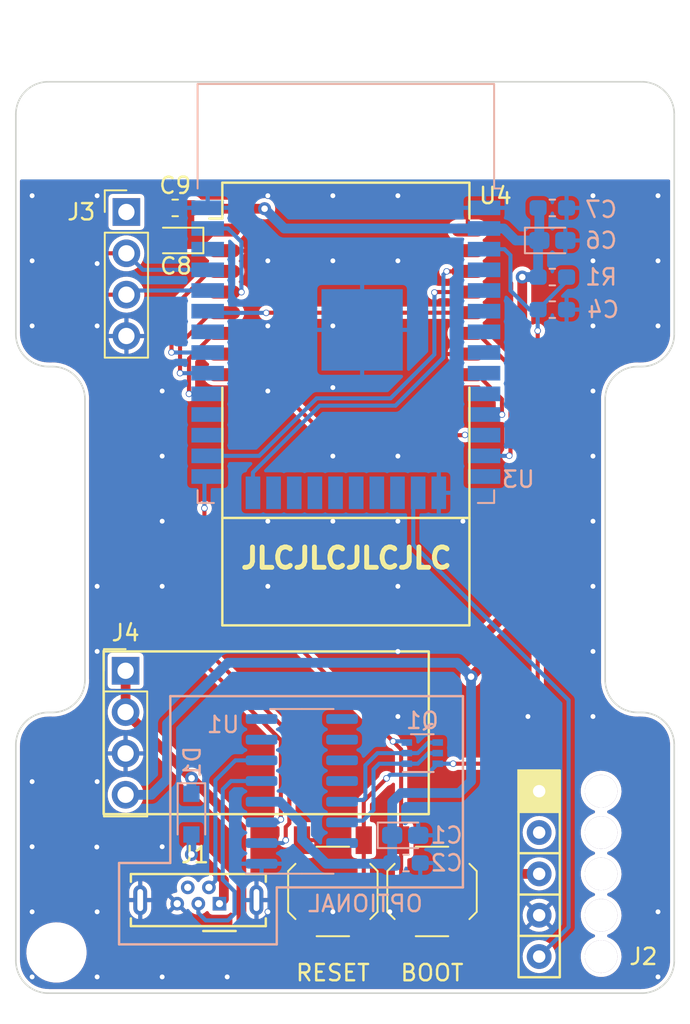
<source format=kicad_pcb>
(kicad_pcb (version 20201220) (generator pcbnew)
  (layers (0 "F.Cu" signal) (31 "B.Cu" signal) (34 "B.Paste" user) (35 "F.Paste" user) (36 "B.SilkS" user "B.Silkscreen") (37 "F.SilkS" user "F.Silkscreen") (38 "B.Mask" user) (39 "F.Mask" user) (44 "Edge.Cuts" user))
  (net 0 "")
  (net 1 "GND")
  (net 2 "+3V3")
  (net 3 "/RST")
  (net 4 "Net-(D1-Pad2)")
  (net 5 "/D+")
  (net 6 "/D-")
  (net 7 "/SPORT")
  (net 8 "/VBAT")
  (net 9 "/RX")
  (net 10 "/TX")
  (net 11 "/DTR")
  (net 12 "/RTS")
  (net 13 "/BOOT")
  (net 14 "/MOSI")
  (net 15 "/BUSY")
  (net 16 "/MISO")
  (net 17 "/SCK")
  (net 18 "/NSS")
  (net 19 "/DIO1")
  (net 20 "/DIO2")
  (net 21 "/RESET")
  (net 22 "/RXEN")
  (net 23 "/TXEN")
  (footprint "Connector_USB:USB_Micro-B_Wuerth_614105150721_Vertical" (layer "F.Cu") (at 112.525 144.5 180)
    (fp_text reference "J1" (at 1.5 3) (layer "F.SilkS"))
    (fp_text value "USB_B_Micro")
    (fp_line (start -2.85 -0.905) (end -2.85 -1.38) (layer "F.SilkS") (width 0.15))
    (fp_line (start -2.85 1.82) (end 5.45 1.82) (layer "F.SilkS") (width 0.15))
    (fp_line (start 5.45 -1.38) (end 5.45 -0.905) (layer "F.SilkS") (width 0.15))
    (fp_line (start -2.85 1.345) (end -2.85 1.82) (layer "F.SilkS") (width 0.15))
    (fp_line (start 5.45 1.82) (end 5.45 1.345) (layer "F.SilkS") (width 0.15))
    (fp_line (start -2.85 -1.38) (end 5.45 -1.38) (layer "F.SilkS") (width 0.15))
    (fp_line (start -1 -1.68) (end 1 -1.68) (layer "F.SilkS") (width 0.15))
    (pad "1" thru_hole rect (at 0 0 180) (size 0.84 0.84) (drill 0.44) (layers *.Cu *.Mask) (net 4 "Net-(D1-Pad2)"))
    (pad "2" thru_hole circle (at 0.65 1 180) (size 0.84 0.84) (drill 0.44) (layers *.Cu *.Mask) (net 6 "/D-"))
    (pad "3" thru_hole circle (at 1.3 0 180) (size 0.84 0.84) (drill 0.44) (layers *.Cu *.Mask) (net 5 "/D+"))
    (pad "4" thru_hole circle (at 1.95 1 180) (size 0.84 0.84) (drill 0.44) (layers *.Cu *.Mask))
    (pad "5" thru_hole circle (at 2.6 0 180) (size 0.84 0.84) (drill 0.44) (layers *.Cu *.Mask) (net 1 "GND"))
    (pad "6" thru_hole oval (at -2.275 0.22 180) (size 0.85 1.85) (drill oval 0.35 1.35) (layers *.Cu *.Mask) (net 1 "GND"))
    (pad "6" thru_hole oval (at 4.875 0.22 180) (size 0.85 1.85) (drill oval 0.35 1.35) (layers *.Cu *.Mask) (net 1 "GND"))
  )
  (footprint "Capacitor_Tantalum_SMD:CP_EIA-1608-08_AVX-J_Pad1.25x1.05mm_HandSolder" (layer "F.Cu") (at 109.85 103.75 180)
    (fp_text reference "C8" (at 0 -1.575) (layer "F.SilkS"))
    (fp_text value "10uF")
    (fp_line (start -1.685 0.785) (end 0.8 0.785) (layer "F.SilkS") (width 0.12))
    (fp_line (start -1.685 -0.785) (end -1.685 0.785) (layer "F.SilkS") (width 0.12))
    (fp_line (start 0.8 -0.785) (end -1.685 -0.785) (layer "F.SilkS") (width 0.12))
    (pad "1" smd roundrect (at -0.8 0 180) (size 1.25 1.05) (layers "F.Cu" "F.Paste" "F.Mask") (roundrect_rratio 0.2380952380952381) (net 2 "+3V3"))
    (pad "2" smd roundrect (at 0.8 0 180) (size 1.25 1.05) (layers "F.Cu" "F.Paste" "F.Mask") (roundrect_rratio 0.2380952380952381) (net 1 "GND"))
  )
  (footprint "Button_Switch_SMD:SW_SPST_TL3342" (layer "F.Cu") (at 125.6 143.75 90)
    (fp_text reference "SW2" hide)
    (fp_text value "SW_Push")
    (fp_text user "BOOT" (at -5 0 unlocked) (layer "F.SilkS"))
    (fp_line (start -1.7 2.3) (end -1.25 2.75) (layer "F.SilkS") (width 0.12))
    (fp_line (start 2.75 -1) (end 2.75 1) (layer "F.SilkS") (width 0.12))
    (fp_line (start 1.7 -2.3) (end 1.25 -2.75) (layer "F.SilkS") (width 0.12))
    (fp_line (start -1.25 2.75) (end 1.25 2.75) (layer "F.SilkS") (width 0.12))
    (fp_line (start 1.7 2.3) (end 1.25 2.75) (layer "F.SilkS") (width 0.12))
    (fp_line (start -1.25 -2.75) (end 1.25 -2.75) (layer "F.SilkS") (width 0.12))
    (fp_line (start -1.7 -2.3) (end -1.25 -2.75) (layer "F.SilkS") (width 0.12))
    (fp_line (start -2.75 -1) (end -2.75 1) (layer "F.SilkS") (width 0.12))
    (pad "1" smd rect (at 3.15 -1.9 90) (size 1.7 1) (layers "F.Cu" "F.Paste" "F.Mask") (net 13 "/BOOT"))
    (pad "1" smd rect (at -3.15 -1.9 90) (size 1.7 1) (layers "F.Cu" "F.Paste" "F.Mask") (net 13 "/BOOT"))
    (pad "2" smd rect (at 3.15 1.9 90) (size 1.7 1) (layers "F.Cu" "F.Paste" "F.Mask") (net 1 "GND"))
    (pad "2" smd rect (at -3.15 1.9 90) (size 1.7 1) (layers "F.Cu" "F.Paste" "F.Mask") (net 1 "GND"))
  )
  (footprint "Capacitor_SMD:C_0603_1608Metric_Pad1.05x0.95mm_HandSolder" (layer "F.Cu") (at 109.8 101.75 180)
    (fp_text reference "C9" (at 0 1.375) (layer "F.SilkS"))
    (fp_text value "100nF")
    (fp_line (start -0.171267 -0.51) (end 0.171267 -0.51) (layer "F.SilkS") (width 0.12))
    (fp_line (start -0.171267 0.51) (end 0.171267 0.51) (layer "F.SilkS") (width 0.12))
    (pad "1" smd roundrect (at -0.875 0 180) (size 1.05 0.95) (layers "F.Cu" "F.Paste" "F.Mask") (net 2 "+3V3"))
    (pad "2" smd roundrect (at 0.875 0 180) (size 1.05 0.95) (layers "F.Cu" "F.Paste" "F.Mask") (net 1 "GND"))
  )
  (footprint "ELRS_lib:E28-2G4M27S" (layer "F.Cu") (at 120.3 112)
    (fp_text reference "U4" (at 9.2 -11 unlocked) (layer "F.SilkS"))
    (fp_text value "E28-2G4M27S")
    (fp_line (start 7.6 -11.8) (end 7.6 -9.6) (layer "F.SilkS") (width 0.15))
    (fp_line (start 7.6 8.8) (end -7.6 8.8) (layer "F.SilkS") (width 0.15))
    (fp_line (start -7.6 15.4) (end 7.6 15.4) (layer "F.SilkS") (width 0.15))
    (fp_line (start -7.6 0.8) (end -7.6 15.4) (layer "F.SilkS") (width 0.15))
    (fp_line (start -7.6 -9.6) (end -7.6 -11.8) (layer "F.SilkS") (width 0.15))
    (fp_line (start -7.6 -11.8) (end 7.6 -11.8) (layer "F.SilkS") (width 0.15))
    (fp_line (start -7.6 -9.6) (end -8.4 -9.6) (layer "F.SilkS") (width 0.15))
    (fp_line (start 7.6 15.4) (end 7.6 0.8) (layer "F.SilkS") (width 0.15))
    (pad "1" smd oval (at -7.5 -8.89) (size 2 0.8) (layers "F.Cu" "F.Paste" "F.Mask") (net 2 "+3V3"))
    (pad "2" smd oval (at -7.5 -7.62) (size 2 0.8) (layers "F.Cu" "F.Paste" "F.Mask") (net 1 "GND"))
    (pad "3" smd oval (at -7.5 -6.35) (size 2 0.8) (layers "F.Cu" "F.Paste" "F.Mask") (net 16 "/MISO"))
    (pad "4" smd oval (at -7.5 -5.08) (size 2 0.8) (layers "F.Cu" "F.Paste" "F.Mask") (net 14 "/MOSI"))
    (pad "5" smd oval (at -7.5 -3.81) (size 2 0.8) (layers "F.Cu" "F.Paste" "F.Mask") (net 17 "/SCK"))
    (pad "6" smd oval (at -7.5 -2.54) (size 2 0.8) (layers "F.Cu" "F.Paste" "F.Mask") (net 18 "/NSS"))
    (pad "7" smd oval (at -7.5 -1.27) (size 2 0.8) (layers "F.Cu" "F.Paste" "F.Mask") (net 1 "GND"))
    (pad "8" smd oval (at -7.5 0) (size 2 0.8) (layers "F.Cu" "F.Paste" "F.Mask") (net 22 "/RXEN"))
    (pad "9" smd oval (at 7.5 0) (size 2 0.8) (layers "F.Cu" "F.Paste" "F.Mask") (net 23 "/TXEN"))
    (pad "10" smd oval (at 7.5 -1.27) (size 2 0.8) (layers "F.Cu" "F.Paste" "F.Mask") (net 1 "GND"))
    (pad "11" smd oval (at 7.5 -2.54) (size 2 0.8) (layers "F.Cu" "F.Paste" "F.Mask") (net 21 "/RESET"))
    (pad "12" smd oval (at 7.5 -3.81) (size 2 0.8) (layers "F.Cu" "F.Paste" "F.Mask") (net 15 "/BUSY"))
    (pad "13" smd oval (at 7.5 -5.08) (size 2 0.8) (layers "F.Cu" "F.Paste" "F.Mask") (net 19 "/DIO1"))
    (pad "14" smd oval (at 7.5 -6.35) (size 2 0.8) (layers "F.Cu" "F.Paste" "F.Mask") (net 20 "/DIO2"))
    (pad "15" smd oval (at 7.5 -7.62) (size 2 0.8) (layers "F.Cu" "F.Paste" "F.Mask"))
    (pad "16" smd oval (at 7.5 -8.89) (size 2 0.8) (layers "F.Cu" "F.Paste" "F.Mask") (net 1 "GND"))
  )
  (footprint "MountingHole:MountingHole_3.2mm_M3" (layer "F.Cu") (at 102.5 96.5)
    (fp_text reference "H2" hide)
    (fp_text value "MountingHole" hide)
    (pad "1" np_thru_hole circle (at 0 0) (size 3.2 3.2) (drill 3.2) (layers *.Cu *.Mask))
  )
  (footprint "Connector_PinHeader_2.54mm:PinHeader_1x04_P2.54mm_Vertical" (layer "F.Cu") (at 106.75 130.19)
    (fp_text reference "J4" (at 0 -2.33) (layer "F.SilkS"))
    (fp_text value "Conn_01x04")
    (fp_line (start -1.33 1.27) (end -1.33 8.95) (layer "F.SilkS") (width 0.12))
    (fp_line (start 1.33 1.27) (end 1.33 8.95) (layer "F.SilkS") (width 0.12))
    (fp_line (start -1.33 8.95) (end 1.33 8.95) (layer "F.SilkS") (width 0.12))
    (fp_line (start -1.33 0) (end -1.33 -1.33) (layer "F.SilkS") (width 0.12))
    (fp_line (start -1.33 1.27) (end 1.33 1.27) (layer "F.SilkS") (width 0.12))
    (fp_line (start -1.33 -1.33) (end 0 -1.33) (layer "F.SilkS") (width 0.12))
    (pad "1" thru_hole rect (at 0 0) (size 1.7 1.7) (drill 1) (layers *.Cu *.Mask) (net 8 "/VBAT"))
    (pad "2" thru_hole oval (at 0 2.54) (size 1.7 1.7) (drill 1) (layers *.Cu *.Mask) (net 8 "/VBAT"))
    (pad "3" thru_hole oval (at 0 5.08) (size 1.7 1.7) (drill 1) (layers *.Cu *.Mask) (net 1 "GND"))
    (pad "4" thru_hole oval (at 0 7.62) (size 1.7 1.7) (drill 1) (layers *.Cu *.Mask) (net 2 "+3V3"))
  )
  (footprint "Button_Switch_SMD:SW_SPST_TL3342" (layer "F.Cu") (at 119.5 143.75 90)
    (fp_text reference "SW1" hide)
    (fp_text value "SW_Push")
    (fp_text user "RESET" (at -5 0 unlocked) (layer "F.SilkS"))
    (fp_line (start 2.75 -1) (end 2.75 1) (layer "F.SilkS") (width 0.12))
    (fp_line (start -1.7 2.3) (end -1.25 2.75) (layer "F.SilkS") (width 0.12))
    (fp_line (start -1.25 2.75) (end 1.25 2.75) (layer "F.SilkS") (width 0.12))
    (fp_line (start -1.7 -2.3) (end -1.25 -2.75) (layer "F.SilkS") (width 0.12))
    (fp_line (start -1.25 -2.75) (end 1.25 -2.75) (layer "F.SilkS") (width 0.12))
    (fp_line (start -2.75 -1) (end -2.75 1) (layer "F.SilkS") (width 0.12))
    (fp_line (start 1.7 2.3) (end 1.25 2.75) (layer "F.SilkS") (width 0.12))
    (fp_line (start 1.7 -2.3) (end 1.25 -2.75) (layer "F.SilkS") (width 0.12))
    (pad "1" smd rect (at -3.15 -1.9 90) (size 1.7 1) (layers "F.Cu" "F.Paste" "F.Mask") (net 1 "GND"))
    (pad "1" smd rect (at 3.15 -1.9 90) (size 1.7 1) (layers "F.Cu" "F.Paste" "F.Mask") (net 1 "GND"))
    (pad "2" smd rect (at 3.15 1.9 90) (size 1.7 1) (layers "F.Cu" "F.Paste" "F.Mask") (net 3 "/RST"))
    (pad "2" smd rect (at -3.15 1.9 90) (size 1.7 1) (layers "F.Cu" "F.Paste" "F.Mask") (net 3 "/RST"))
  )
  (footprint "Connector_PinHeader_2.54mm:PinHeader_1x04_P2.54mm_Vertical" (layer "F.Cu") (at 106.8 102)
    (fp_text reference "J3" (at -2.775 0) (layer "F.SilkS"))
    (fp_text value "Conn_01x04")
    (fp_line (start -1.33 1.27) (end -1.33 8.95) (layer "F.SilkS") (width 0.12))
    (fp_line (start -1.33 8.95) (end 1.33 8.95) (layer "F.SilkS") (width 0.12))
    (fp_line (start -1.33 1.27) (end 1.33 1.27) (layer "F.SilkS") (width 0.12))
    (fp_line (start -1.33 0) (end -1.33 -1.33) (layer "F.SilkS") (width 0.12))
    (fp_line (start 1.33 1.27) (end 1.33 8.95) (layer "F.SilkS") (width 0.12))
    (fp_line (start -1.33 -1.33) (end 0 -1.33) (layer "F.SilkS") (width 0.12))
    (pad "1" thru_hole rect (at 0 0) (size 1.7 1.7) (drill 1) (layers *.Cu *.Mask))
    (pad "2" thru_hole oval (at 0 2.54) (size 1.7 1.7) (drill 1) (layers *.Cu *.Mask) (net 10 "/TX"))
    (pad "3" thru_hole oval (at 0 5.08) (size 1.7 1.7) (drill 1) (layers *.Cu *.Mask) (net 9 "/RX"))
    (pad "4" thru_hole oval (at 0 7.62) (size 1.7 1.7) (drill 1) (layers *.Cu *.Mask) (net 1 "GND"))
  )
  (footprint "MountingHole:MountingHole_3.2mm_M3" (layer "F.Cu") (at 138 96.5)
    (fp_text reference "H3" hide)
    (fp_text value "MountingHole" hide)
    (pad "1" np_thru_hole circle (at 0 0) (size 3.2 3.2) (drill 3.2) (layers *.Cu *.Mask))
  )
  (footprint "ELRS_lib:MOLEX_0022142054" (layer "F.Cu") (at 136 147.75)
    (fp_text reference "J2" (at 2.6 0 unlocked) (layer "F.SilkS"))
    (fp_text value "Conn_01x05")
    (fp_line (start -2.54 -6.35) (end -5.08 -6.35) (layer "F.SilkS") (width 0.15))
    (fp_line (start -2.54 -1.27) (end -5.08 -1.27) (layer "F.SilkS") (width 0.15))
    (fp_line (start -2.54 -8.89) (end -5.08 -8.89) (layer "F.SilkS") (width 0.15))
    (fp_line (start -2.54 -3.81) (end -5.08 -3.81) (layer "F.SilkS") (width 0.15))
    (fp_rect (start -5.08 -11.43) (end -2.54 1.27) (layer "F.SilkS") (width 0.15) (fill none))
    (fp_poly (pts (xy -2.54 -8.89) (xy -5.08 -8.89) (xy -5.08 -11.43) (xy -2.54 -11.43)) (layer "F.SilkS") (width 0.1) (fill solid))
    (pad "" thru_hole circle (at 0 -5.08) (size 2 2) (drill 2) (layers *.Cu *.Mask))
    (pad "" thru_hole circle (at 0 -7.62) (size 2 2) (drill 2) (layers *.Cu *.Mask))
    (pad "" thru_hole circle (at 0 0) (size 2 2) (drill 2) (layers *.Cu *.Mask))
    (pad "" thru_hole circle (at 0 -10.16) (size 2 2) (drill 2) (layers *.Cu *.Mask))
    (pad "" thru_hole circle (at 0 -2.54) (size 2 2) (drill 2) (layers *.Cu *.Mask))
    (pad "1" thru_hole circle (at -3.81 -10.16) (size 1.524 1.524) (drill 0.762) (layers *.Cu *.Mask))
    (pad "2" thru_hole circle (at -3.81 -7.62) (size 1.524 1.524) (drill 0.762) (layers *.Cu *.Mask))
    (pad "3" thru_hole circle (at -3.81 -5.08) (size 1.524 1.524) (drill 0.762) (layers *.Cu *.Mask) (net 8 "/VBAT"))
    (pad "4" thru_hole circle (at -3.81 -2.54) (size 1.524 1.524) (drill 0.762) (layers *.Cu *.Mask) (net 1 "GND"))
    (pad "5" thru_hole circle (at -3.81 0) (size 1.524 1.524) (drill 0.762) (layers *.Cu *.Mask) (net 7 "/SPORT"))
  )
  (footprint "MountingHole:MountingHole_3.2mm_M3" (layer "F.Cu") (at 102.5 147.5)
    (fp_text reference "H1" hide)
    (fp_text value "MountingHole" hide)
    (pad "1" np_thru_hole circle (at 0 0) (size 3.2 3.2) (drill 3.2) (layers *.Cu *.Mask))
  )
  (footprint "Capacitor_SMD:C_0603_1608Metric_Pad1.05x0.95mm_HandSolder" (layer "B.Cu") (at 124 142)
    (fp_text reference "C2" (at 2.5 0) (layer "B.SilkS") (effects (justify mirror)))
    (fp_text value "100nF")
    (fp_line (start -0.171267 0.51) (end 0.171267 0.51) (layer "B.SilkS") (width 0.12))
    (fp_line (start -0.171267 -0.51) (end 0.171267 -0.51) (layer "B.SilkS") (width 0.12))
    (pad "1" smd roundrect (at -0.875 0) (size 1.05 0.95) (layers "B.Cu" "B.Paste" "B.Mask") (net 2 "+3V3"))
    (pad "2" smd roundrect (at 0.875 0) (size 1.05 0.95) (layers "B.Cu" "B.Paste" "B.Mask") (net 1 "GND"))
  )
  (footprint "Capacitor_Tantalum_SMD:CP_EIA-1608-08_AVX-J_Pad1.25x1.05mm_HandSolder" (layer "B.Cu") (at 123.95 140.3)
    (fp_text reference "C1" (at 2.55 0) (layer "B.SilkS") (effects (justify mirror)))
    (fp_text value "10uF")
    (fp_line (start -1.685 0.785) (end -1.685 -0.785) (layer "B.SilkS") (width 0.12))
    (fp_line (start -1.685 -0.785) (end 0.8 -0.785) (layer "B.SilkS") (width 0.12))
    (fp_line (start 0.8 0.785) (end -1.685 0.785) (layer "B.SilkS") (width 0.12))
    (pad "1" smd roundrect (at -0.8 0) (size 1.25 1.05) (layers "B.Cu" "B.Paste" "B.Mask") (roundrect_rratio 0.2380952380952381) (net 2 "+3V3"))
    (pad "2" smd roundrect (at 0.8 0) (size 1.25 1.05) (layers "B.Cu" "B.Paste" "B.Mask") (roundrect_rratio 0.2380952380952381) (net 1 "GND"))
  )
  (footprint "Package_SO:SOIC-16_3.9x9.9mm_P1.27mm" (layer "B.Cu") (at 117.591 137.6)
    (fp_text reference "U1" (at -4.841 -4.1) (layer "B.SilkS") (effects (justify mirror)))
    (fp_text value "CH340C")
    (fp_line (start 0 5.06) (end 1.95 5.06) (layer "B.SilkS") (width 0.12))
    (fp_line (start 0 -5.06) (end 1.95 -5.06) (layer "B.SilkS") (width 0.12))
    (fp_line (start 0 5.06) (end -3.45 5.06) (layer "B.SilkS") (width 0.12))
    (fp_line (start 0 -5.06) (end -1.95 -5.06) (layer "B.SilkS") (width 0.12))
    (pad "1" smd roundrect (at -2.475 4.445) (size 1.95 0.6) (layers "B.Cu" "B.Paste" "B.Mask") (net 1 "GND"))
    (pad "2" smd roundrect (at -2.475 3.175) (size 1.95 0.6) (layers "B.Cu" "B.Paste" "B.Mask") (net 9 "/RX"))
    (pad "3" smd roundrect (at -2.475 1.905) (size 1.95 0.6) (layers "B.Cu" "B.Paste" "B.Mask") (net 10 "/TX"))
    (pad "4" smd roundrect (at -2.475 0.635) (size 1.95 0.6) (layers "B.Cu" "B.Paste" "B.Mask") (net 2 "+3V3"))
    (pad "5" smd roundrect (at -2.475 -0.635) (size 1.95 0.6) (layers "B.Cu" "B.Paste" "B.Mask") (net 5 "/D+"))
    (pad "6" smd roundrect (at -2.475 -1.905) (size 1.95 0.6) (layers "B.Cu" "B.Paste" "B.Mask") (net 6 "/D-"))
    (pad "7" smd roundrect (at -2.475 -3.175) (size 1.95 0.6) (layers "B.Cu" "B.Paste" "B.Mask"))
    (pad "8" smd roundrect (at -2.475 -4.445) (size 1.95 0.6) (layers "B.Cu" "B.Paste" "B.Mask"))
    (pad "9" smd roundrect (at 2.475 -4.445) (size 1.95 0.6) (layers "B.Cu" "B.Paste" "B.Mask"))
    (pad "10" smd roundrect (at 2.475 -3.175) (size 1.95 0.6) (layers "B.Cu" "B.Paste" "B.Mask"))
    (pad "11" smd roundrect (at 2.475 -1.905) (size 1.95 0.6) (layers "B.Cu" "B.Paste" "B.Mask"))
    (pad "12" smd roundrect (at 2.475 -0.635) (size 1.95 0.6) (layers "B.Cu" "B.Paste" "B.Mask"))
    (pad "13" smd roundrect (at 2.475 0.635) (size 1.95 0.6) (layers "B.Cu" "B.Paste" "B.Mask") (net 11 "/DTR"))
    (pad "14" smd roundrect (at 2.475 1.905) (size 1.95 0.6) (layers "B.Cu" "B.Paste" "B.Mask") (net 12 "/RTS"))
    (pad "15" smd roundrect (at 2.475 3.175) (size 1.95 0.6) (layers "B.Cu" "B.Paste" "B.Mask"))
    (pad "16" smd roundrect (at 2.475 4.445) (size 1.95 0.6) (layers "B.Cu" "B.Paste" "B.Mask") (net 2 "+3V3"))
  )
  (footprint "Resistor_SMD:R_0603_1608Metric_Pad1.05x0.95mm_HandSolder" (layer "B.Cu") (at 133 106)
    (fp_text reference "R1" (at 3 0) (layer "B.SilkS") (effects (justify mirror)))
    (fp_text value "10K")
    (fp_line (start -0.171267 0.51) (end 0.171267 0.51) (layer "B.SilkS") (width 0.12))
    (fp_line (start -0.171267 -0.51) (end 0.171267 -0.51) (layer "B.SilkS") (width 0.12))
    (pad "1" smd roundrect (at -0.875 0) (size 1.05 0.95) (layers "B.Cu" "B.Paste" "B.Mask") (net 2 "+3V3"))
    (pad "2" smd roundrect (at 0.875 0) (size 1.05 0.95) (layers "B.Cu" "B.Paste" "B.Mask") (net 3 "/RST"))
  )
  (footprint "Capacitor_SMD:C_0603_1608Metric_Pad1.05x0.95mm_HandSolder" (layer "B.Cu") (at 133 108 180)
    (fp_text reference "C4" (at -3.125 0) (layer "B.SilkS") (effects (justify mirror)))
    (fp_text value "100nF")
    (fp_line (start -0.171267 0.51) (end 0.171267 0.51) (layer "B.SilkS") (width 0.12))
    (fp_line (start -0.171267 -0.51) (end 0.171267 -0.51) (layer "B.SilkS") (width 0.12))
    (pad "1" smd roundrect (at -0.875 0 180) (size 1.05 0.95) (layers "B.Cu" "B.Paste" "B.Mask") (net 1 "GND"))
    (pad "2" smd roundrect (at 0.875 0 180) (size 1.05 0.95) (layers "B.Cu" "B.Paste" "B.Mask") (net 3 "/RST"))
  )
  (footprint "RF_Module:ESP32-WROOM-32" (layer "B.Cu") (at 120.3 110 180)
    (fp_text reference "U3" (at -10.61 -8.43) (layer "B.SilkS") (effects (justify mirror)))
    (fp_text value "ESP32-WROOM-32D")
    (fp_line (start 9.12 15.865) (end 9.12 9.445) (layer "B.SilkS") (width 0.12))
    (fp_line (start -9.12 -9.1) (end -9.12 -9.88) (layer "B.SilkS") (width 0.12))
    (fp_line (start -9.12 15.865) (end -9.12 9.445) (layer "B.SilkS") (width 0.12))
    (fp_line (start -9.12 15.865) (end 9.12 15.865) (layer "B.SilkS") (width 0.12))
    (fp_line (start -9.12 9.445) (end -9.5 9.445) (layer "B.SilkS") (width 0.12))
    (fp_line (start 9.12 -9.88) (end 8.12 -9.88) (layer "B.SilkS") (width 0.12))
    (fp_line (start -9.12 -9.88) (end -8.12 -9.88) (layer "B.SilkS") (width 0.12))
    (fp_line (start 9.12 -9.1) (end 9.12 -9.88) (layer "B.SilkS") (width 0.12))
    (pad "1" smd rect (at -8.5 8.255 180) (size 2 0.9) (layers "B.Cu" "B.Paste" "B.Mask") (net 1 "GND"))
    (pad "2" smd rect (at -8.5 6.985 180) (size 2 0.9) (layers "B.Cu" "B.Paste" "B.Mask") (net 2 "+3V3"))
    (pad "3" smd rect (at -8.5 5.715 180) (size 2 0.9) (layers "B.Cu" "B.Paste" "B.Mask") (net 3 "/RST"))
    (pad "4" smd rect (at -8.5 4.445 180) (size 2 0.9) (layers "B.Cu" "B.Paste" "B.Mask"))
    (pad "5" smd rect (at -8.5 3.175 180) (size 2 0.9) (layers "B.Cu" "B.Paste" "B.Mask"))
    (pad "6" smd rect (at -8.5 1.905 180) (size 2 0.9) (layers "B.Cu" "B.Paste" "B.Mask"))
    (pad "7" smd rect (at -8.5 0.635 180) (size 2 0.9) (layers "B.Cu" "B.Paste" "B.Mask"))
    (pad "8" smd rect (at -8.5 -0.635 180) (size 2 0.9) (layers "B.Cu" "B.Paste" "B.Mask"))
    (pad "9" smd rect (at -8.5 -1.905 180) (size 2 0.9) (layers "B.Cu" "B.Paste" "B.Mask"))
    (pad "10" smd rect (at -8.5 -3.175 180) (size 2 0.9) (layers "B.Cu" "B.Paste" "B.Mask"))
    (pad "11" smd rect (at -8.5 -4.445 180) (size 2 0.9) (layers "B.Cu" "B.Paste" "B.Mask") (net 23 "/TXEN"))
    (pad "12" smd rect (at -8.5 -5.715 180) (size 2 0.9) (layers "B.Cu" "B.Paste" "B.Mask") (net 22 "/RXEN"))
    (pad "13" smd rect (at -8.5 -6.985 180) (size 2 0.9) (layers "B.Cu" "B.Paste" "B.Mask") (net 21 "/RESET"))
    (pad "14" smd rect (at -8.5 -8.255 180) (size 2 0.9) (layers "B.Cu" "B.Paste" "B.Mask"))
    (pad "15" smd rect (at -5.715 -9.255 90) (size 2 0.9) (layers "B.Cu" "B.Paste" "B.Mask") (net 1 "GND"))
    (pad "16" smd rect (at -4.445 -9.255 90) (size 2 0.9) (layers "B.Cu" "B.Paste" "B.Mask") (net 7 "/SPORT"))
    (pad "17" smd rect (at -3.175 -9.255 90) (size 2 0.9) (layers "B.Cu" "B.Paste" "B.Mask"))
    (pad "18" smd rect (at -1.905 -9.255 90) (size 2 0.9) (layers "B.Cu" "B.Paste" "B.Mask"))
    (pad "19" smd rect (at -0.635 -9.255 90) (size 2 0.9) (layers "B.Cu" "B.Paste" "B.Mask"))
    (pad "20" smd rect (at 0.635 -9.255 90) (size 2 0.9) (layers "B.Cu" "B.Paste" "B.Mask"))
    (pad "21" smd rect (at 1.905 -9.255 90) (size 2 0.9) (layers "B.Cu" "B.Paste" "B.Mask"))
    (pad "22" smd rect (at 3.175 -9.255 90) (size 2 0.9) (layers "B.Cu" "B.Paste" "B.Mask"))
    (pad "23" smd rect (at 4.445 -9.255 90) (size 2 0.9) (layers "B.Cu" "B.Paste" "B.Mask"))
    (pad "24" smd rect (at 5.715 -9.255 90) (size 2 0.9) (layers "B.Cu" "B.Paste" "B.Mask") (net 20 "/DIO2"))
    (pad "25" smd rect (at 8.5 -8.255 180) (size 2 0.9) (layers "B.Cu" "B.Paste" "B.Mask") (net 13 "/BOOT"))
    (pad "26" smd rect (at 8.5 -6.985 180) (size 2 0.9) (layers "B.Cu" "B.Paste" "B.Mask") (net 19 "/DIO1"))
    (pad "27" smd rect (at 8.5 -5.715 180) (size 2 0.9) (layers "B.Cu" "B.Paste" "B.Mask"))
    (pad "28" smd rect (at 8.5 -4.445 180) (size 2 0.9) (layers "B.Cu" "B.Paste" "B.Mask"))
    (pad "29" smd rect (at 8.5 -3.175 180) (size 2 0.9) (layers "B.Cu" "B.Paste" "B.Mask") (net 18 "/NSS"))
    (pad "30" smd rect (at 8.5 -1.905 180) (size 2 0.9) (layers "B.Cu" "B.Paste" "B.Mask") (net 17 "/SCK"))
    (pad "31" smd rect (at 8.5 -0.635 180) (size 2 0.9) (layers "B.Cu" "B.Paste" "B.Mask") (net 16 "/MISO"))
    (pad "32" smd rect (at 8.5 0.635 180) (size 2 0.9) (layers "B.Cu" "B.Paste" "B.Mask"))
    (pad "33" smd rect (at 8.5 1.905 180) (size 2 0.9) (layers "B.Cu" "B.Paste" "B.Mask") (net 15 "/BUSY"))
    (pad "34" smd rect (at 8.5 3.175 180) (size 2 0.9) (layers "B.Cu" "B.Paste" "B.Mask") (net 9 "/RX"))
    (pad "35" smd rect (at 8.5 4.445 180) (size 2 0.9) (layers "B.Cu" "B.Paste" "B.Mask") (net 10 "/TX"))
    (pad "36" smd rect (at 8.5 5.715 180) (size 2 0.9) (layers "B.Cu" "B.Paste" "B.Mask"))
    (pad "37" smd rect (at 8.5 6.985 180) (size 2 0.9) (layers "B.Cu" "B.Paste" "B.Mask") (net 14 "/MOSI"))
    (pad "38" smd rect (at 8.5 8.255 180) (size 2 0.9) (layers "B.Cu" "B.Paste" "B.Mask") (net 1 "GND"))
    (pad "39" smd rect (at -1 0.755 180) (size 5 5) (layers "B.Cu" "B.Paste" "B.Mask") (net 1 "GND"))
  )
  (footprint "Capacitor_SMD:C_0603_1608Metric_Pad1.05x0.95mm_HandSolder" (layer "B.Cu") (at 133 101.75)
    (fp_text reference "C7" (at 3 0.1) (layer "B.SilkS") (effects (justify mirror)))
    (fp_text value "100nF")
    (fp_line (start -0.171267 0.51) (end 0.171267 0.51) (layer "B.SilkS") (width 0.12))
    (fp_line (start -0.171267 -0.51) (end 0.171267 -0.51) (layer "B.SilkS") (width 0.12))
    (pad "1" smd roundrect (at -0.875 0) (size 1.05 0.95) (layers "B.Cu" "B.Paste" "B.Mask") (net 2 "+3V3"))
    (pad "2" smd roundrect (at 0.875 0) (size 1.05 0.95) (layers "B.Cu" "B.Paste" "B.Mask") (net 1 "GND"))
  )
  (footprint "Capacitor_Tantalum_SMD:CP_EIA-1608-08_AVX-J_Pad1.25x1.05mm_HandSolder" (layer "B.Cu") (at 133 103.75)
    (fp_text reference "C6" (at 3 0) (layer "B.SilkS") (effects (justify mirror)))
    (fp_text value "10uF")
    (fp_line (start -1.685 0.785) (end -1.685 -0.785) (layer "B.SilkS") (width 0.12))
    (fp_line (start 0.8 0.785) (end -1.685 0.785) (layer "B.SilkS") (width 0.12))
    (fp_line (start -1.685 -0.785) (end 0.8 -0.785) (layer "B.SilkS") (width 0.12))
    (pad "1" smd roundrect (at -0.8 0) (size 1.25 1.05) (layers "B.Cu" "B.Paste" "B.Mask") (roundrect_rratio 0.2380952380952381) (net 2 "+3V3"))
    (pad "2" smd roundrect (at 0.8 0) (size 1.25 1.05) (layers "B.Cu" "B.Paste" "B.Mask") (roundrect_rratio 0.2380952380952381) (net 1 "GND"))
  )
  (footprint "Package_TO_SOT_SMD:SOT-363_SC-70-6" (layer "B.Cu") (at 125 135.25)
    (fp_text reference "Q1" (at 0 -2) (layer "B.SilkS") (effects (justify mirror)))
    (fp_text value "BC847BS")
    (fp_line (start 0.7 1.16) (end -1.2 1.16) (layer "B.SilkS") (width 0.12))
    (fp_line (start -0.7 -1.16) (end 0.7 -1.16) (layer "B.SilkS") (width 0.12))
    (pad "1" smd rect (at -0.95 0.65) (size 0.65 0.4) (layers "B.Cu" "B.Paste" "B.Mask") (net 12 "/RTS"))
    (pad "2" smd rect (at -0.95 0) (size 0.65 0.4) (layers "B.Cu" "B.Paste" "B.Mask") (net 11 "/DTR"))
    (pad "3" smd rect (at -0.95 -0.65) (size 0.65 0.4) (layers "B.Cu" "B.Paste" "B.Mask") (net 13 "/BOOT"))
    (pad "4" smd rect (at 0.95 -0.65) (size 0.65 0.4) (layers "B.Cu" "B.Paste" "B.Mask") (net 11 "/DTR"))
    (pad "5" smd rect (at 0.95 0) (size 0.65 0.4) (layers "B.Cu" "B.Paste" "B.Mask") (net 12 "/RTS"))
    (pad "6" smd rect (at 0.95 0.65) (size 0.65 0.4) (layers "B.Cu" "B.Paste" "B.Mask") (net 3 "/RST"))
  )
  (footprint "Diode_SMD:D_SOD-323_HandSoldering" (layer "B.Cu") (at 110.8 139 -90)
    (fp_text reference "D1" (at -3.2 -0.05 -90) (layer "B.SilkS") (effects (justify mirror)))
    (fp_text value "B5918")
    (fp_line (start -1.9 0.85) (end -1.9 -0.85) (layer "B.SilkS") (width 0.12))
    (fp_line (start -1.9 -0.85) (end 1.25 -0.85) (layer "B.SilkS") (width 0.12))
    (fp_line (start -1.9 0.85) (end 1.25 0.85) (layer "B.SilkS") (width 0.12))
    (pad "1" smd rect (at -1.25 0 270) (size 1 1) (layers "B.Cu" "B.Paste" "B.Mask") (net 8 "/VBAT"))
    (pad "2" smd rect (at 1.25 0 270) (size 1 1) (layers "B.Cu" "B.Paste" "B.Mask") (net 4 "Net-(D1-Pad2)"))
  )
  (gr_line (start 106.35 147) (end 116.05 147) (layer "B.SilkS") (width 0.15))
  (gr_line (start 106.35 142) (end 106.35 147) (layer "B.SilkS") (width 0.15))
  (gr_line (start 109.5 131.75) (end 109.5 142) (layer "B.SilkS") (width 0.15))
  (gr_line (start 127.5 131.75) (end 109.5 131.75) (layer "B.SilkS") (width 0.15))
  (gr_line (start 116.05 143.5) (end 127.5 143.5) (layer "B.SilkS") (width 0.15))
  (gr_line (start 109.5 142) (end 106.35 142) (layer "B.SilkS") (width 0.15))
  (gr_line (start 116.05 147) (end 116.05 143.5) (layer "B.SilkS") (width 0.15))
  (gr_line (start 127.5 143.5) (end 127.5 131.75) (layer "B.SilkS") (width 0.15))
  (gr_rect (start 105.4 139) (end 125.4 129) (layer "F.SilkS") (width 0.15) (fill none))
  (gr_arc (start 138.5 134.75) (end 140.5 134.75) (angle -90) (layer "Edge.Cuts") (width 0.1))
  (gr_line (start 140.5 109.5) (end 140.5 96) (layer "Edge.Cuts") (width 0.1))
  (gr_line (start 102 150) (end 138.5 150) (layer "Edge.Cuts") (width 0.1))
  (gr_arc (start 138.5 148) (end 138.5 150) (angle -90) (layer "Edge.Cuts") (width 0.1))
  (gr_arc (start 102.25 113.5) (end 104.25 113.5) (angle -90) (layer "Edge.Cuts") (width 0.1))
  (gr_line (start 140.5 148) (end 140.5 134.75) (layer "Edge.Cuts") (width 0.1))
  (gr_arc (start 102 148) (end 100 148) (angle -90) (layer "Edge.Cuts") (width 0.1))
  (gr_line (start 102.25 111.5) (end 102 111.5) (layer "Edge.Cuts") (width 0.1))
  (gr_line (start 138.5 132.75) (end 138.25 132.75) (layer "Edge.Cuts") (width 0.1))
  (gr_line (start 138.5 94) (end 102 94) (layer "Edge.Cuts") (width 0.1))
  (gr_arc (start 138.5 96) (end 140.5 96) (angle -90) (layer "Edge.Cuts") (width 0.1))
  (gr_line (start 100 148) (end 100 134.75) (layer "Edge.Cuts") (width 0.1))
  (gr_arc (start 138.25 130.75) (end 136.25 130.75) (angle -90) (layer "Edge.Cuts") (width 0.1))
  (gr_line (start 100 96) (end 100 109.5) (layer "Edge.Cuts") (width 0.1))
  (gr_line (start 136.25 130.75) (end 136.25 113.5) (layer "Edge.Cuts") (width 0.1))
  (gr_line (start 102 132.75) (end 102.25 132.75) (layer "Edge.Cuts") (width 0.1))
  (gr_arc (start 102 109.5) (end 100 109.5) (angle -90) (layer "Edge.Cuts") (width 0.1))
  (gr_arc (start 138.25 113.5) (end 138.25 111.5) (angle -90) (layer "Edge.Cuts") (width 0.1))
  (gr_arc (start 102 96) (end 102 94) (angle -90) (layer "Edge.Cuts") (width 0.1))
  (gr_arc (start 138.5 109.5) (end 138.5 111.5) (angle -90) (layer "Edge.Cuts") (width 0.1))
  (gr_line (start 104.25 113.5) (end 104.25 130.75) (layer "Edge.Cuts") (width 0.1))
  (gr_arc (start 102 134.75) (end 102 132.75) (angle -90) (layer "Edge.Cuts") (width 0.1))
  (gr_arc (start 102.25 130.75) (end 102.25 132.75) (angle -90) (layer "Edge.Cuts") (width 0.1))
  (gr_line (start 138.25 111.5) (end 138.5 111.5) (layer "Edge.Cuts") (width 0.1))
  (gr_text "OPTIONAL" (at 121.5 144.5) (layer "B.SilkS") (effects (font (size 1 1)) (justify mirror)))
  (gr_text "JLCJLCJLCJLC" (at 120.33 123.27) (layer "F.SilkS") (effects (font (size 1.25 1.25) (thickness 0.3))))
  (via (at 131.5 133) (size 0.4) (drill 0.3) (layers "F.Cu" "B.Cu") (net 1))
  (via (at 139.5 101) (size 0.4) (drill 0.3) (layers "F.Cu" "B.Cu") (net 1))
  (via (at 135.5 109) (size 0.4) (drill 0.3) (layers "F.Cu" "B.Cu") (net 1))
  (via (at 109 149) (size 0.4) (drill 0.3) (layers "F.Cu" "B.Cu") (net 1))
  (via (at 123.5 101) (size 0.4) (drill 0.3) (layers "F.Cu" "B.Cu") (net 1))
  (via (at 101 149) (size 0.4) (drill 0.3) (layers "F.Cu" "B.Cu") (net 1))
  (via (at 119.5 121) (size 0.4) (drill 0.3) (layers "F.Cu" "B.Cu") (net 1))
  (via (at 119.5 101) (size 0.4) (drill 0.3) (layers "F.Cu" "B.Cu") (net 1))
  (via (at 104.980018 141.019982) (size 0.4) (drill 0.3) (layers "F.Cu" "B.Cu") (net 1))
  (via (at 135.5 133) (size 0.4) (drill 0.3) (layers "F.Cu" "B.Cu") (net 1))
  (via (at 119.5 109) (size 0.4) (drill 0.3) (layers "F.Cu" "B.Cu") (net 1))
  (via (at 105 137) (size 0.4) (drill 0.3) (layers "F.Cu" "B.Cu") (net 1))
  (via (at 115.5 101) (size 0.4) (drill 0.3) (layers "F.Cu" "B.Cu") (net 1))
  (via (at 115.5 113) (size 0.4) (drill 0.3) (layers "F.Cu" "B.Cu") (net 1))
  (via (at 109 113) (size 0.4) (drill 0.3) (layers "F.Cu" "B.Cu") (net 1))
  (via (at 119.5 117) (size 0.4) (drill 0.3) (layers "F.Cu" "B.Cu") (net 1))
  (via (at 119.5 145) (size 0.4) (drill 0.3) (layers "F.Cu" "B.Cu") (net 1))
  (via (at 135.5 121) (size 0.4) (drill 0.3) (layers "F.Cu" "B.Cu") (net 1))
  (via (at 135.5 129) (size 0.4) (drill 0.3) (layers "F.Cu" "B.Cu") (net 1))
  (via (at 119.5 105) (size 0.4) (drill 0.3) (layers "F.Cu" "B.Cu") (net 1))
  (via (at 101 101) (size 0.4) (drill 0.3) (layers "F.Cu" "B.Cu") (net 1))
  (via (at 115.5 105) (size 0.4) (drill 0.3) (layers "F.Cu" "B.Cu") (net 1))
  (via (at 101 141) (size 0.4) (drill 0.3) (layers "F.Cu" "B.Cu") (net 1))
  (via (at 127.5 121) (size 0.4) (drill 0.3) (layers "F.Cu" "B.Cu") (net 1))
  (via (at 109 125) (size 0.4) (drill 0.3) (layers "F.Cu" "B.Cu") (net 1))
  (via (at 109 121) (size 0.4) (drill 0.3) (layers "F.Cu" "B.Cu") (net 1))
  (via (at 105 149) (size 0.4) (drill 0.3) (layers "F.Cu" "B.Cu") (net 1))
  (via (at 123.5 133) (size 0.4) (drill 0.3) (layers "F.Cu" "B.Cu") (net 1))
  (via (at 135.5 125) (size 0.4) (drill 0.3) (layers "F.Cu" "B.Cu") (net 1))
  (via (at 139.5 105) (size 0.4) (drill 0.3) (layers "F.Cu" "B.Cu") (net 1))
  (via (at 105 129) (size 0.4) (drill 0.3) (layers "F.Cu" "B.Cu") (net 1))
  (via (at 123.5 105) (size 0.4) (drill 0.3) (layers "F.Cu" "B.Cu") (net 1))
  (via (at 109 141) (size 0.4) (drill 0.3) (layers "F.Cu" "B.Cu") (net 1))
  (via (at 101 137) (size 0.4) (drill 0.3) (layers "F.Cu" "B.Cu") (net 1))
  (via (at 123.5 129) (size 0.4) (drill 0.3) (layers "F.Cu" "B.Cu") (net 1))
  (via (at 123.5 117) (size 0.4) (drill 0.3) (layers "F.Cu" "B.Cu") (net 1))
  (via (at 105 101) (size 0.4) (drill 0.3) (layers "F.Cu" "B.Cu") (net 1))
  (via (at 115.5 121) (size 0.4) (drill 0.3) (layers "F.Cu" "B.Cu") (net 1))
  (via (at 135.5 101) (size 0.4) (drill 0.3) (layers "F.Cu" "B.Cu") (net 1))
  (via (at 123 145) (size 0.4) (drill 0.3) (layers "F.Cu" "B.Cu") (net 1))
  (via (at 135.5 113) (size 0.4) (drill 0.3) (layers "F.Cu" "B.Cu") (net 1))
  (via (at 135.5 117) (size 0.4) (drill 0.3) (layers "F.Cu" "B.Cu") (net 1))
  (via (at 105 105.169) (size 0.4) (drill 0.3) (layers "F.Cu" "B.Cu") (net 1))
  (via (at 105 109) (size 0.4) (drill 0.3) (layers "F.Cu" "B.Cu") (net 1))
  (via (at 139.5 149) (size 0.4) (drill 0.3) (layers "F.Cu" "B.Cu") (net 1))
  (via (at 101 145) (size 0.4) (drill 0.3) (layers "F.Cu" "B.Cu") (net 1))
  (via (at 135.5 105) (size 0.4) (drill 0.3) (layers "F.Cu" "B.Cu") (net 1))
  (via (at 113 149) (size 0.4) (drill 0.3) (layers "F.Cu" "B.Cu") (net 1))
  (via (at 115.5 125) (size 0.4) (drill 0.3) (layers "F.Cu" "B.Cu") (net 1))
  (via (at 109 117) (size 0.4) (drill 0.3) (layers "F.Cu" "B.Cu") (net 1))
  (via (at 139.5 145) (size 0.4) (drill 0.3) (layers "F.Cu" "B.Cu") (net 1))
  (via (at 139.5 109) (size 0.4) (drill 0.3) (layers "F.Cu" "B.Cu") (net 1))
  (via (at 115.5 145) (size 0.4) (drill 0.3) (layers "F.Cu" "B.Cu") (net 1))
  (via (at 123.5 121) (size 0.4) (drill 0.3) (layers "F.Cu" "B.Cu") (net 1))
  (via (at 101 109) (size 0.4) (drill 0.3) (layers "F.Cu" "B.Cu") (net 1))
  (via (at 123.5 125) (size 0.4) (drill 0.3) (layers "F.Cu" "B.Cu") (net 1))
  (via (at 105 125) (size 0.4) (drill 0.3) (layers "F.Cu" "B.Cu") (net 1))
  (via (at 101 105) (size 0.4) (drill 0.3) (layers "F.Cu" "B.Cu") (net 1))
  (via (at 105 145) (size 0.4) (drill 0.3) (layers "F.Cu" "B.Cu") (net 1))
  (via (at 119.5 112.789) (size 0.4) (drill 0.3) (layers "F.Cu" "B.Cu") (net 1))
  (via (at 115.5 109) (size 0.4) (drill 0.3) (layers "F.Cu" "B.Cu") (net 1))
  (segment (start 115.3 101.8) (end 110.725 101.8) (width 0.6) (layer "F.Cu") (net 2))
  (segment (start 112.09 103.11) (end 111.45 103.75) (width 0.6) (layer "F.Cu") (net 2))
  (segment (start 111.45 103.75) (end 110.65 103.75) (width 0.6) (layer "F.Cu") (net 2))
  (segment (start 131.15 125.7) (end 131.15 106) (width 0.6) (layer "F.Cu") (net 2))
  (segment (start 128.8 129.75) (end 128.8 128.05) (width 0.6) (layer "F.Cu") (net 2))
  (segment (start 128 130.55) (end 128.8 129.75) (width 0.6) (layer "F.Cu") (net 2))
  (segment (start 110.675 101.75) (end 110.675 103.725) (width 0.6) (layer "F.Cu") (net 2))
  (segment (start 128.8 128.05) (end 131.15 125.7) (width 0.6) (layer "F.Cu") (net 2))
  (segment (start 112.8 103.11) (end 112.09 103.11) (width 0.6) (layer "F.Cu") (net 2))
  (via (at 131.15 106) (size 0.8) (drill 0.4) (layers "F.Cu" "B.Cu") (net 2))
  (via (at 128 130.55) (size 0.8) (drill 0.4) (layers "F.Cu" "B.Cu") (net 2))
  (via (at 115.3 101.8) (size 0.8) (drill 0.4) (layers "F.Cu" "B.Cu") (net 2))
  (segment (start 109.3 133.45) (end 113.049999 129.700001) (width 0.6) (layer "B.Cu") (net 2))
  (segment (start 130.75 103.75) (end 132.2 103.75) (width 0.6) (layer "B.Cu") (net 2))
  (segment (start 108.34 137.81) (end 109.3 136.85) (width 0.6) (layer "B.Cu") (net 2))
  (segment (start 127.15 129.7) (end 113.05 129.7) (width 0.6) (layer "B.Cu") (net 2))
  (segment (start 131.15 106) (end 132.125 106) (width 0.6) (layer "B.Cu") (net 2))
  (segment (start 123.7 137.7) (end 123.15 138.25) (width 0.6) (layer "B.Cu") (net 2))
  (segment (start 128 136.975) (end 127.275 137.7) (width 0.6) (layer "B.Cu") (net 2))
  (segment (start 116.235 138.235) (end 117.6 139.6) (width 0.6) (layer "B.Cu") (net 2))
  (segment (start 109.3 136.85) (end 109.3 133.45) (width 0.6) (layer "B.Cu") (net 2))
  (segment (start 130.015 103.015) (end 130.75 103.75) (width 0.6) (layer "B.Cu") (net 2))
  (segment (start 123.15 138.25) (end 123.15 140.3) (width 0.6) (layer "B.Cu") (net 2))
  (segment (start 106.75 137.81) (end 108.34 137.81) (width 0.6) (layer "B.Cu") (net 2))
  (segment (start 120.066 142.045) (end 123.08 142.045) (width 0.6) (layer "B.Cu") (net 2))
  (segment (start 113.05 129.7) (end 113.049999 129.700001) (width 0.6) (layer "B.Cu") (net 2))
  (segment (start 132.2 103.75) (end 132.2 101.825) (width 0.6) (layer "B.Cu") (net 2))
  (segment (start 119.091 142.045) (end 120.066 142.045) (width 0.6) (layer "B.Cu") (net 2))
  (segment (start 128 130.55) (end 128 136.975) (width 0.6) (layer "B.Cu") (net 2))
  (segment (start 115.116 138.235) (end 116.235 138.235) (width 0.6) (layer "B.Cu") (net 2))
  (segment (start 117.6 139.6) (end 117.6 140.554) (width 0.6) (layer "B.Cu") (net 2))
  (segment (start 127.275 137.7) (end 123.7 137.7) (width 0.6) (layer "B.Cu") (net 2))
  (segment (start 123.15 140.3) (end 123.15 141.975) (width 0.6) (layer "B.Cu") (net 2))
  (segment (start 128.8 103.015) (end 130.015 103.015) (width 0.6) (layer "B.Cu") (net 2))
  (segment (start 117.6 140.554) (end 119.091 142.045) (width 0.6) (layer "B.Cu") (net 2))
  (segment (start 128 130.55) (end 127.15 129.7) (width 0.6) (layer "B.Cu") (net 2))
  (segment (start 132.125 106) (end 132.125 103.825) (width 0.6) (layer "B.Cu") (net 2))
  (segment (start 128.8 103.015) (end 116.515 103.015) (width 0.6) (layer "B.Cu") (net 2))
  (segment (start 116.515 103.015) (end 115.3 101.8) (width 0.6) (layer "B.Cu") (net 2))
  (segment (start 121.4 140.6) (end 121.4 146.9) (width 0.25) (layer "F.Cu") (net 3))
  (segment (start 122.8 136.8) (end 121.4 138.2) (width 0.25) (layer "F.Cu") (net 3))
  (segment (start 126.9 135.9) (end 129.4 135.9) (width 0.25) (layer "F.Cu") (net 3))
  (segment (start 129.4 135.9) (end 132.1 133.2) (width 0.25) (layer "F.Cu") (net 3))
  (segment (start 132.1 133.2) (end 132.1 109.3) (width 0.25) (layer "F.Cu") (net 3))
  (segment (start 121.4 138.2) (end 121.4 140.6) (width 0.25) (layer "F.Cu") (net 3))
  (via (at 122.8 136.8) (size 0.4) (drill 0.3) (layers "F.Cu" "B.Cu") (net 3))
  (via (at 132.1 109.3) (size 0.4) (drill 0.3) (layers "F.Cu" "B.Cu") (net 3))
  (via (at 126.9 135.9) (size 0.4) (drill 0.3) (layers "F.Cu" "B.Cu") (net 3))
  (segment (start 130.424999 104.659999) (end 130.05 104.285) (width 0.25) (layer "B.Cu") (net 3))
  (segment (start 132.125 108) (end 131.6 108) (width 0.25) (layer "B.Cu") (net 3))
  (segment (start 130.05 104.285) (end 128.8 104.285) (width 0.25) (layer "B.Cu") (net 3))
  (segment (start 132.125 108) (end 133.875 106.25) (width 0.25) (layer "B.Cu") (net 3))
  (segment (start 125.275011 136.574989) (end 123.025011 136.574989) (width 0.25) (layer "B.Cu") (net 3))
  (segment (start 123.025011 136.574989) (end 122.8 136.8) (width 0.25) (layer "B.Cu") (net 3))
  (segment (start 130.424999 106.824999) (end 130.424999 104.659999) (width 0.25) (layer "B.Cu") (net 3))
  (segment (start 125.95 135.9) (end 125.275011 136.574989) (width 0.25) (layer "B.Cu") (net 3))
  (segment (start 132.1 109.3) (end 132.1 108.025) (width 0.25) (layer "B.Cu") (net 3))
  (segment (start 131.6 108) (end 130.424999 106.824999) (width 0.25) (layer "B.Cu") (net 3))
  (segment (start 125.95 135.9) (end 126.9 135.9) (width 0.25) (layer "B.Cu") (net 3))
  (segment (start 112.795011 144.229989) (end 112.525 144.5) (width 0.6) (layer "F.Cu") (net 4))
  (segment (start 110.8 141.475) (end 111.211617 141.475) (width 0.6) (layer "F.Cu") (net 4))
  (segment (start 112.795011 143.058394) (end 112.795011 144.229989) (width 0.6) (layer "F.Cu") (net 4))
  (segment (start 111.211617 141.475) (end 112.795011 143.058394) (width 0.6) (layer "F.Cu") (net 4))
  (via (at 110.8 141.475) (size 0.8) (drill 0.4) (layers "F.Cu" "B.Cu") (net 4))
  (segment (start 110.8 141.475) (end 110.8 140.25) (width 0.6) (layer "B.Cu") (net 4))
  (segment (start 112.724991 143.024991) (end 113.45 143.75) (width 0.25) (layer "B.Cu") (net 5))
  (segment (start 111.675 145.525) (end 111.225 145.075) (width 0.25) (layer "B.Cu") (net 5))
  (segment (start 111.225 145.075) (end 111.225 144.5) (width 0.25) (layer "B.Cu") (net 5))
  (segment (start 113.45 145.125) (end 113.05 145.525) (width 0.25) (layer "B.Cu") (net 5))
  (segment (start 113.05 145.525) (end 111.675 145.525) (width 0.25) (layer "B.Cu") (net 5))
  (segment (start 112.724991 137.475009) (end 112.724991 143.024991) (width 0.25) (layer "B.Cu") (net 5))
  (segment (start 115.116 136.965) (end 113.235 136.965) (width 0.25) (layer "B.Cu") (net 5))
  (segment (start 113.235 136.965) (end 112.724991 137.475009) (width 0.25) (layer "B.Cu") (net 5))
  (segment (start 113.45 143.75) (end 113.45 145.125) (width 0.25) (layer "B.Cu") (net 5))
  (segment (start 113.505 135.695) (end 112.27498 136.92502) (width 0.25) (layer "B.Cu") (net 6))
  (segment (start 112.27498 143.10002) (end 111.875 143.5) (width 0.25) (layer "B.Cu") (net 6))
  (segment (start 115.116 135.695) (end 113.505 135.695) (width 0.25) (layer "B.Cu") (net 6))
  (segment (start 112.27498 136.92502) (end 112.27498 143.10002) (width 0.25) (layer "B.Cu") (net 6))
  (segment (start 134 132) (end 124.445 122.445) (width 0.25) (layer "B.Cu") (net 7))
  (segment (start 124.445 122.445) (end 124.445 119.255) (width 0.25) (layer "B.Cu") (net 7))
  (segment (start 134 145.94) (end 134 132) (width 0.25) (layer "B.Cu") (net 7))
  (segment (start 132.19 147.75) (end 134 145.94) (width 0.25) (layer "B.Cu") (net 7))
  (segment (start 129.4 147.6) (end 128.4 148.6) (width 0.6) (layer "F.Cu") (net 8))
  (segment (start 110.81 136.79) (end 106.75 132.73) (width 0.6) (layer "F.Cu") (net 8))
  (segment (start 132.19 142.67) (end 130.33 142.67) (width 0.6) (layer "F.Cu") (net 8))
  (segment (start 113.87498 146.87498) (end 113.87498 139.85498) (width 0.6) (layer "F.Cu") (net 8))
  (segment (start 106.75 132.73) (end 106.75 130.19) (width 0.6) (layer "F.Cu") (net 8))
  (segment (start 115.6 148.6) (end 113.87498 146.87498) (width 0.6) (layer "F.Cu") (net 8))
  (segment (start 113.87498 139.85498) (end 112.553161 138.533161) (width 0.6) (layer "F.Cu") (net 8))
  (segment (start 113.87498 139.85498) (end 110.81 136.79) (width 0.6) (layer "F.Cu") (net 8))
  (segment (start 130.33 142.67) (end 129.4 143.6) (width 0.6) (layer "F.Cu") (net 8))
  (segment (start 129.4 143.6) (end 129.4 147.6) (width 0.6) (layer "F.Cu") (net 8))
  (segment (start 128.4 148.6) (end 115.6 148.6) (width 0.6) (layer "F.Cu") (net 8))
  (via (at 110.81 136.79) (size 0.8) (drill 0.4) (layers "F.Cu" "B.Cu") (net 8))
  (segment (start 110.8 137.75) (end 110.8 136.8) (width 0.6) (layer "B.Cu") (net 8))
  (segment (start 110.8 136.8) (end 110.81 136.79) (width 0.6) (layer "B.Cu") (net 8))
  (segment (start 116.6 139.790352) (end 116.825001 139.565351) (width 0.25) (layer "F.Cu") (net 9))
  (segment (start 116.825001 134.025001) (end 116.6 133.8) (width 0.25) (layer "F.Cu") (net 9))
  (segment (start 116.6 133.8) (end 105.675 122.875) (width 0.25) (layer "F.Cu") (net 9))
  (segment (start 103.575 107.75) (end 104.245 107.08) (width 0.25) (layer "F.Cu") (net 9))
  (segment (start 116.825001 139.565351) (end 116.825001 134.025001) (width 0.25) (layer "F.Cu") (net 9))
  (segment (start 116.6 133.8) (end 113.9 131.1) (width 0.25) (layer "F.Cu") (net 9))
  (segment (start 105.675 111.875) (end 103.575 109.775) (width 0.25) (layer "F.Cu") (net 9))
  (segment (start 116.6 140.6) (end 116.6 139.790352) (width 0.25) (layer "F.Cu") (net 9))
  (segment (start 104.245 107.08) (end 106.8 107.08) (width 0.25) (layer "F.Cu") (net 9))
  (segment (start 105.675 122.875) (end 105.675 111.875) (width 0.25) (layer "F.Cu") (net 9))
  (segment (start 103.575 109.775) (end 103.575 107.75) (width 0.25) (layer "F.Cu") (net 9))
  (via (at 116.6 140.6) (size 0.4) (drill 0.3) (layers "F.Cu" "B.Cu") (net 9))
  (segment (start 116.425 140.775) (end 116.6 140.6) (width 0.25) (layer "B.Cu") (net 9))
  (segment (start 115.116 140.775) (end 116.425 140.775) (width 0.25) (layer "B.Cu") (net 9))
  (segment (start 111.8 106.825) (end 107.055 106.825) (width 0.25) (layer "B.Cu") (net 9))
  (segment (start 116.3 134.45) (end 113.275 131.425) (width 0.25) (layer "F.Cu") (net 10))
  (segment (start 116.3 134.45) (end 105.175 123.325) (width 0.25) (layer "F.Cu") (net 10))
  (segment (start 105.175 112.2) (end 102.9 109.925) (width 0.25) (layer "F.Cu") (net 10))
  (segment (start 102.9 109.925) (end 102.9 105.25) (width 0.25) (layer "F.Cu") (net 10))
  (segment (start 102.9 105.25) (end 103.61 104.54) (width 0.25) (layer "F.Cu") (net 10))
  (segment (start 103.61 104.54) (end 106.8 104.54) (width 0.25) (layer "F.Cu") (net 10))
  (segment (start 105.175 123.325) (end 105.175 112.2) (width 0.25) (layer "F.Cu") (net 10))
  (segment (start 116.3 139.325) (end 116.3 134.45) (width 0.25) (layer "F.Cu") (net 10))
  (via (at 116.3 139.325) (size 0.4) (drill 0.3) (layers "F.Cu" "B.Cu") (net 10))
  (segment (start 116.12 139.505) (end 116.3 139.325) (width 0.25) (layer "B.Cu") (net 10))
  (segment (start 111.8 105.555) (end 107.815 105.555) (width 0.25) (layer "B.Cu") (net 10))
  (segment (start 107.815 105.555) (end 106.8 104.54) (width 0.25) (layer "B.Cu") (net 10))
  (segment (start 115.116 139.505) (end 116.12 139.505) (width 0.25) (layer "B.Cu") (net 10))
  (segment (start 120.066 138.13) (end 121.37 138.13) (width 0.25) (layer "B.Cu") (net 11))
  (segment (start 121.37 138.13) (end 121.5 138) (width 0.25) (layer "B.Cu") (net 11))
  (segment (start 125.375 134.6) (end 124.725 135.25) (width 0.25) (layer "B.Cu") (net 11))
  (segment (start 122.25 135.25) (end 124.05 135.25) (width 0.25) (layer "B.Cu") (net 11))
  (segment (start 124.725 135.25) (end 124.05 135.25) (width 0.25) (layer "B.Cu") (net 11))
  (segment (start 125.95 134.6) (end 125.375 134.6) (width 0.25) (layer "B.Cu") (net 11))
  (segment (start 121.5 136) (end 122.25 135.25) (width 0.25) (layer "B.Cu") (net 11))
  (segment (start 121.5 138) (end 121.5 136) (width 0.25) (layer "B.Cu") (net 11))
  (segment (start 125.95 135.25) (end 125.375 135.25) (width 0.25) (layer "B.Cu") (net 12))
  (segment (start 120.066 139.4) (end 121.35 139.4) (width 0.25) (layer "B.Cu") (net 12))
  (segment (start 121.35 139.4) (end 122 138.75) (width 0.25) (layer "B.Cu") (net 12))
  (segment (start 122 138.75) (end 122 136.25) (width 0.25) (layer "B.Cu") (net 12))
  (segment (start 124.725 135.9) (end 124.05 135.9) (width 0.25) (layer "B.Cu") (net 12))
  (segment (start 122 136.25) (end 122.35 135.9) (width 0.25) (layer "B.Cu") (net 12))
  (segment (start 122.35 135.9) (end 124.05 135.9) (width 0.25) (layer "B.Cu") (net 12))
  (segment (start 125.375 135.25) (end 124.725 135.9) (width 0.25) (layer "B.Cu") (net 12))
  (segment (start 123.7 146.9) (end 123.7 140.6) (width 0.25) (layer "F.Cu") (net 13))
  (segment (start 123.7 140.6) (end 123.7 135.025) (width 0.25) (layer "F.Cu") (net 13))
  (segment (start 123.2 134.525) (end 111.6 122.925) (width 0.25) (layer "F.Cu") (net 13))
  (segment (start 111.6 122.925) (end 111.6 120.2) (width 0.25) (layer "F.Cu") (net 13))
  (segment (start 123.7 135.025) (end 123.2 134.525) (width 0.25) (layer "F.Cu") (net 13))
  (via (at 123.2 134.525) (size 0.4) (drill 0.3) (layers "F.Cu" "B.Cu") (net 13))
  (via (at 111.6 120.2) (size 0.4) (drill 0.3) (layers "F.Cu" "B.Cu") (net 13))
  (segment (start 123.2 134.525) (end 123.975 134.525) (width 0.25) (layer "B.Cu") (net 13))
  (segment (start 111.6 120.2) (end 111.6 118.355) (width 0.25) (layer "B.Cu") (net 13))
  (segment (start 113.87 106.92) (end 113.875 106.925) (width 0.25) (layer "F.Cu") (net 14))
  (segment (start 112.8 106.92) (end 113.87 106.92) (width 0.25) (layer "F.Cu") (net 14))
  (via (at 113.875 106.925) (size 0.4) (drill 0.3) (layers "F.Cu" "B.Cu") (net 14))
  (segment (start 113.875 106.925) (end 113.875 103.84) (width 0.25) (layer "B.Cu") (net 14))
  (segment (start 113.05 103.015) (end 111.8 103.015) (width 0.25) (layer "B.Cu") (net 14))
  (segment (start 113.875 103.84) (end 113.05 103.015) (width 0.25) (layer "B.Cu") (net 14))
  (segment (start 115.41 108.19) (end 115.4 108.2) (width 0.25) (layer "F.Cu") (net 15))
  (segment (start 127.8 108.19) (end 115.41 108.19) (width 0.25) (layer "F.Cu") (net 15))
  (via (at 115.4 108.2) (size 0.4) (drill 0.3) (layers "F.Cu" "B.Cu") (net 15))
  (segment (start 115.4 108.2) (end 111.905 108.2) (width 0.25) (layer "B.Cu") (net 15))
  (segment (start 109.575 107.975) (end 111.9 105.65) (width 0.25) (layer "F.Cu") (net 16))
  (segment (start 109.575 110.625) (end 109.575 107.975) (width 0.25) (layer "F.Cu") (net 16))
  (segment (start 111.9 105.65) (end 112.8 105.65) (width 0.25) (layer "F.Cu") (net 16))
  (via (at 109.575 110.625) (size 0.4) (drill 0.3) (layers "F.Cu" "B.Cu") (net 16))
  (segment (start 109.585 110.635) (end 109.575 110.625) (width 0.25) (layer "B.Cu") (net 16))
  (segment (start 111.8 110.635) (end 109.585 110.635) (width 0.25) (layer "B.Cu") (net 16))
  (segment (start 110.1 111.9) (end 110.1 110.1) (width 0.25) (layer "F.Cu") (net 17))
  (segment (start 110.1 110.1) (end 112.01 108.19) (width 0.25) (layer "F.Cu") (net 17))
  (via (at 110.1 111.9) (size 0.4) (drill 0.3) (layers "F.Cu" "B.Cu") (net 17))
  (segment (start 111.8 111.905) (end 110.105 111.905) (width 0.25) (layer "B.Cu") (net 17))
  (segment (start 110.105 111.905) (end 110.1 111.9) (width 0.25) (layer "B.Cu") (net 17))
  (segment (start 110.65 113.175) (end 110.65 111.01) (width 0.25) (layer "F.Cu") (net 18))
  (segment (start 110.65 111.01) (end 112.2 109.46) (width 0.25) (layer "F.Cu") (net 18))
  (via (at 110.65 113.175) (size 0.4) (drill 0.3) (layers "F.Cu" "B.Cu") (net 18))
  (segment (start 111.8 113.175) (end 110.65 113.175) (width 0.25) (layer "B.Cu") (net 18))
  (segment (start 125.78 106.92) (end 127.8 106.92) (width 0.25) (layer "F.Cu") (net 19))
  (segment (start 125.78 106.92) (end 125.75 106.95) (width 0.25) (layer "F.Cu") (net 19))
  (via (at 125.75 106.95) (size 0.4) (drill 0.3) (layers "F.Cu" "B.Cu") (net 19))
  (segment (start 125.744702 110.755298) (end 125.744702 107.372716) (width 0.25) (layer "B.Cu") (net 19))
  (segment (start 118.5036 113.449989) (end 123.050011 113.449989) (width 0.25) (layer "B.Cu") (net 19))
  (segment (start 123.050011 113.449989) (end 125.744702 110.755298) (width 0.25) (layer "B.Cu") (net 19))
  (segment (start 114.96859 116.985) (end 118.5036 113.449989) (width 0.25) (layer "B.Cu") (net 19))
  (segment (start 111.8 116.985) (end 114.96859 116.985) (width 0.25) (layer "B.Cu") (net 19))
  (segment (start 125.75 107.367418) (end 125.744702 107.372716) (width 0.25) (layer "B.Cu") (net 19))
  (segment (start 125.75 106.95) (end 125.75 107.367418) (width 0.25) (layer "B.Cu") (net 19))
  (segment (start 126.5 105.65) (end 127.8 105.65) (width 0.25) (layer "F.Cu") (net 20))
  (via (at 126.5 105.65) (size 0.4) (drill 0.3) (layers "F.Cu" "B.Cu") (net 20))
  (segment (start 126.3 110.95) (end 126.3 105.85) (width 0.25) (layer "B.Cu") (net 20))
  (segment (start 114.585 118.005) (end 118.69 113.9) (width 0.25) (layer "B.Cu") (net 20))
  (segment (start 123.35 113.9) (end 126.3 110.95) (width 0.25) (layer "B.Cu") (net 20))
  (segment (start 114.585 119.255) (end 114.585 118.005) (width 0.25) (layer "B.Cu") (net 20))
  (segment (start 126.3 105.85) (end 126.5 105.65) (width 0.25) (layer "B.Cu") (net 20))
  (segment (start 118.69 113.9) (end 123.35 113.9) (width 0.25) (layer "B.Cu") (net 20))
  (segment (start 130.424989 116.900001) (end 130.34999 116.975) (width 0.25) (layer "F.Cu") (net 21))
  (segment (start 128.4 109.46) (end 130.424989 111.484989) (width 0.25) (layer "F.Cu") (net 21))
  (segment (start 130.424989 111.484989) (end 130.424989 116.900001) (width 0.25) (layer "F.Cu") (net 21))
  (via (at 130.34999 116.975) (size 0.4) (drill 0.3) (layers "F.Cu" "B.Cu") (net 21))
  (segment (start 130.33999 116.985) (end 130.34999 116.975) (width 0.25) (layer "B.Cu") (net 21))
  (segment (start 128.8 116.985) (end 130.33999 116.985) (width 0.25) (layer "B.Cu") (net 21))
  (segment (start 119.015 115.715) (end 127.61 115.715) (width 0.25) (layer "F.Cu") (net 22))
  (segment (start 115.3 112) (end 119.015 115.715) (width 0.25) (layer "F.Cu") (net 22))
  (segment (start 127.61 115.715) (end 127.625 115.7) (width 0.25) (layer "F.Cu") (net 22))
  (segment (start 115.3 112) (end 112.8 112) (width 0.25) (layer "F.Cu") (net 22))
  (via (at 127.625 115.7) (size 0.4) (drill 0.3) (layers "F.Cu" "B.Cu") (net 22))
  (segment (start 127.625 115.7) (end 128.785 115.7) (width 0.25) (layer "B.Cu") (net 22))
  (segment (start 128.4 112) (end 129.899979 113.499979) (width 0.25) (layer "F.Cu") (net 23))
  (segment (start 129.899979 113.499979) (end 129.899979 114.45) (width 0.25) (layer "F.Cu") (net 23))
  (via (at 129.899979 114.45) (size 0.4) (drill 0.3) (layers "F.Cu" "B.Cu") (net 23))
  (segment (start 129.894979 114.445) (end 129.899979 114.45) (width 0.25) (layer "B.Cu") (net 23))
  (segment (start 128.8 114.445) (end 129.894979 114.445) (width 0.25) (layer "B.Cu") (net 23))
  (zone (net 1) (net_name "GND") (layer "F.Cu") (connect_pads (clearance 0.254)) (min_thickness 0.2) (fill yes (thermal_gap 0.254) (thermal_bridge_width 0.254))
    (polygon (pts (xy 140.5 150) (xy 100 150) (xy 100 100) (xy 140.5 100)))
  )
  (zone (net 1) (net_name "GND") (layer "B.Cu") (connect_pads (clearance 0.254)) (min_thickness 0.2) (fill yes (thermal_gap 0.254) (thermal_bridge_width 0.254))
    (polygon (pts (xy 140.5 150) (xy 100 150) (xy 100 100) (xy 140.5 100)))
  )
)
</source>
